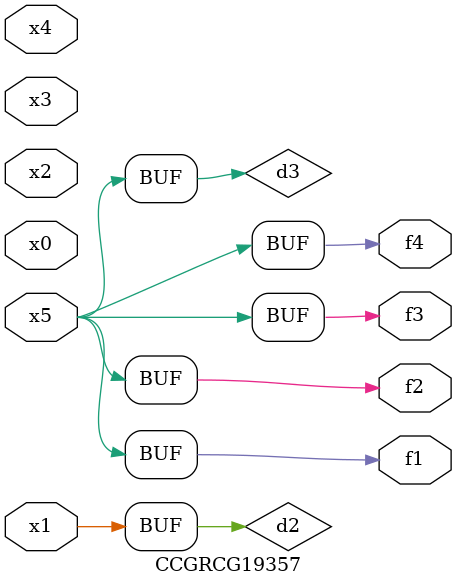
<source format=v>
module CCGRCG19357(
	input x0, x1, x2, x3, x4, x5,
	output f1, f2, f3, f4
);

	wire d1, d2, d3;

	not (d1, x5);
	or (d2, x1);
	xnor (d3, d1);
	assign f1 = d3;
	assign f2 = d3;
	assign f3 = d3;
	assign f4 = d3;
endmodule

</source>
